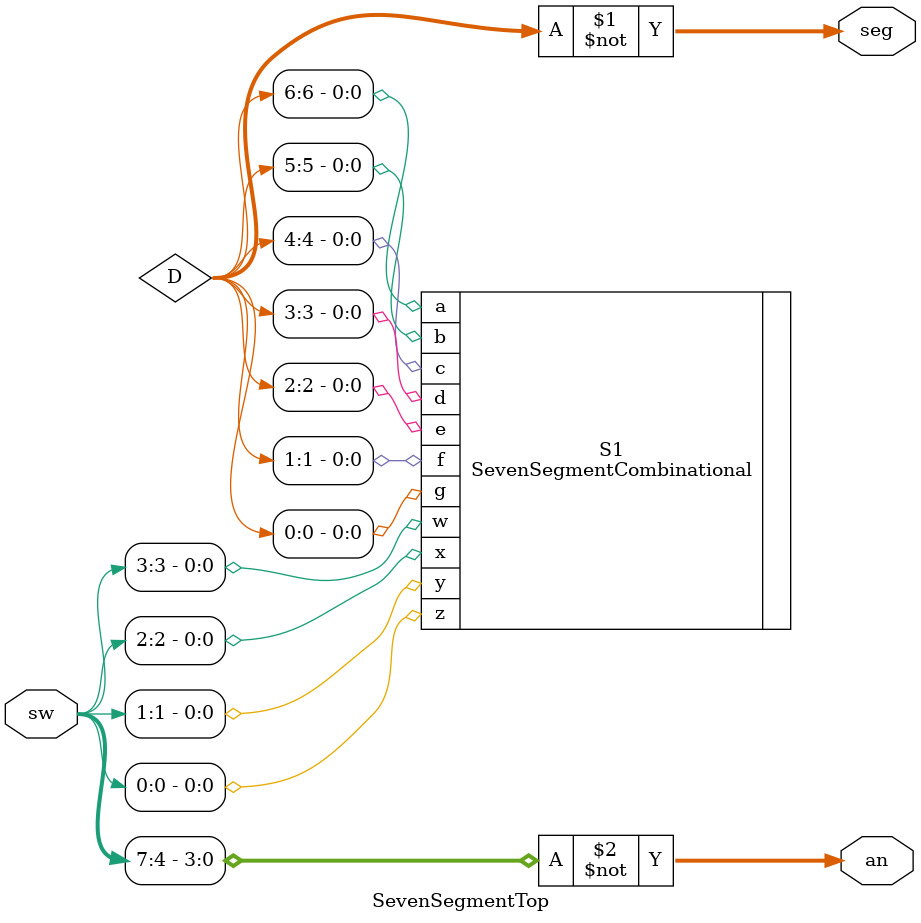
<source format=v>
`timescale 1ns / 1ps
module SevenSegmentTop(
	output [6:0] seg,
	output [3:0] an,
//	input [3:0] sw
	input [7:0] sw
    );

	wire [6:0] D;
	
	/*
	assign seg[6]=~D[6];
	assign seg[5]=~D[5];
	assign seg[4]=~D[4];
	assign seg[3]=~D[3];
	assign seg[2]=~D[2];
	assign seg[1]=~D[1];
	assign seg[0]=~D[0];

	assign an[3] = 1;
	assign an[2] = 1;
	assign an[1] = 1;
	assign an[0] = 0;
	*/
	
	assign seg = ~D;
	//assign an  = 4'b1110;
	assign an  = ~sw[7:4];
	
//	SevenSegmentTruthTable S1(
	SevenSegmentCombinational S1(
		.w(sw[3]),
     .x(sw[2]),
     .y(sw[1]),
     .z(sw[0]),
     .a(D[6]),
     .b(D[5]),
     .c(D[4]),
     .d(D[3]),
     .e(D[2]),
     .f(D[1]),
	  .g(D[0])
    );
endmodule

</source>
